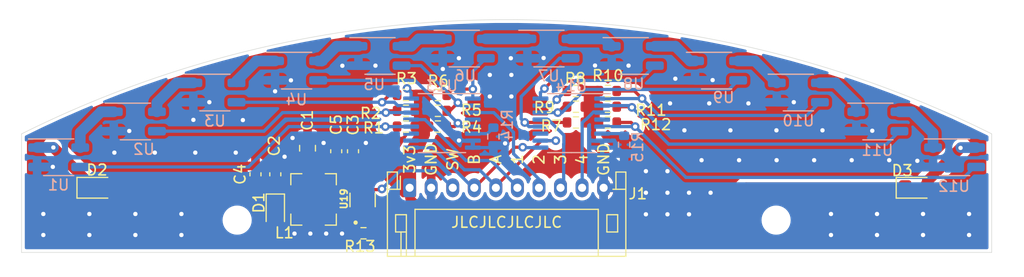
<source format=kicad_pcb>
(kicad_pcb (version 20211014) (generator pcbnew)
  (layers (0 "F.Cu" jumper) (31 "B.Cu" mixed) (34 "B.Paste" user) (35 "F.Paste" user) (36 "B.SilkS" user "B.Silkscreen") (37 "F.SilkS" user "F.Silkscreen") (38 "B.Mask" user) (39 "F.Mask" user) (44 "Edge.Cuts" user))
  (net 0 "")
  (net 1 "+3V3")
  (net 2 "GND")
  (net 3 "+VSW")
  (net 4 "S11")
  (net 5 "S10")
  (net 6 "S9")
  (net 7 "S8")
  (net 8 "S7")
  (net 9 "S6")
  (net 10 "S5")
  (net 11 "S4")
  (net 12 "S3")
  (net 13 "S2")
  (net 14 "S1")
  (net 15 "S0")
  (net 16 "CTRL")
  (net 17 "-VSW")
  (net 18 "Net-(U1-Pad2)")
  (net 19 "Net-(U2-Pad2)")
  (net 20 "Net-(U3-Pad2)")
  (net 21 "Net-(U5-Pad2)")
  (net 22 "Net-(U6-Pad2)")
  (net 23 "Net-(U7-Pad2)")
  (net 24 "Net-(D2-Pad1)")
  (net 25 "Net-(U10-Pad1)")
  (net 26 "Net-(U10-Pad2)")
  (net 27 "Net-(D3-Pad2)")
  (net 28 "A")
  (net 29 "OUT1")
  (net 30 "OUT2")
  (net 31 "OUT3")
  (net 32 "OUT4")
  (net 33 "B")
  (net 34 "Net-(R14-Pad2)")
  (net 35 "Net-(R15-Pad2)")
  (net 40 "Net-(U8-Pad2)")
  (net 41 "Net-(U4-Pad2)")
  (net 42 "Net-(U11-Pad2)")
  (net 43 "Net-(D1-Pad2)")
  (footprint "Capacitor_SMD:C_0805_2012Metric" (layer "F.Cu") (at 151.53 109.33 -90)
    (fp_text reference "C1")
    (fp_text value "4.7uF")
  )
  (footprint "Capacitor_SMD:C_0603_1608Metric" (layer "F.Cu") (at 148.54 111.75 90)
    (fp_text reference "C2")
    (fp_text value "1uF")
  )
  (footprint "Diode_SMD:D_SOD-323" (layer "F.Cu") (at 148.54 115.08 -90)
    (fp_text reference "D1")
    (fp_text value "CUS10S30,H3F")
  )
  (footprint "Inductor_SMD:L_Bourns-SRN4018" (layer "F.Cu") (at 152.09 114.08 -90)
    (fp_text reference "L1")
    (fp_text value "10uH")
  )
  (footprint "Resistor_SMD:R_0603_1608Metric" (layer "F.Cu") (at 156.72 117.22 180)
    (fp_text reference "R13")
    (fp_text value "10.2R")
  )
  (footprint "TPS61169DCKR:SOT65P210X110-5N" (layer "F.Cu") (at 156.64 114.13 90)
    (fp_text reference "U19")
    (fp_text value "TPS61169DCKR")
  )
  (footprint "MountingHole:MountingHole_2.1mm" (layer "F.Cu") (at 145 116)
    (fp_text reference "REF**" hide)
    (fp_text value "MountingHole_2.1mm")
  )
  (footprint "MountingHole:MountingHole_2.1mm" (layer "F.Cu") (at 195 116)
    (fp_text reference "REF**" hide)
    (fp_text value "MountingHole_2.1mm")
  )
  (footprint "Capacitor_SMD:C_0603_1608Metric" (layer "F.Cu") (at 155.75 109.61 90)
    (fp_text reference "C3")
    (fp_text value "1uF")
  )
  (footprint "Resistor_SMD:R_0603_1608Metric" (layer "F.Cu") (at 176.42 104.02 180)
    (fp_text reference "R8")
    (fp_text value "47k")
  )
  (footprint "LED_SMD:LED_0805_2012Metric_Pad1.15x1.40mm_HandSolder" (layer "F.Cu") (at 132 113)
    (fp_text reference "D2")
    (fp_text value "LED")
  )
  (footprint "Resistor_SMD:R_0603_1608Metric" (layer "F.Cu") (at 176.43 106.94 180)
    (fp_text reference "R7")
    (fp_text value "47k")
  )
  (footprint "Resistor_SMD:R_0603_1608Metric" (layer "F.Cu") (at 163.62 104.39)
    (fp_text reference "R6")
    (fp_text value "47k")
  )
  (footprint "Capacitor_SMD:C_0603_1608Metric" (layer "F.Cu") (at 146.7 111.75 90)
    (fp_text reference "C4")
    (fp_text value "100nF")
  )
  (footprint "Connector_JST:JST_PH_S10B-PH-K_1x10_P2.00mm_Horizontal" (layer "F.Cu") (at 161 113)
    (fp_text reference "J1")
    (fp_text value "Conn_01x09")
  )
  (footprint "Resistor_SMD:R_0603_1608Metric" (layer "F.Cu") (at 160.66 104.39 180)
    (fp_text reference "R3")
    (fp_text value "47k")
  )
  (footprint "Resistor_SMD:R_0603_1608Metric" (layer "F.Cu") (at 176.43 105.48 180)
    (fp_text reference "R9")
    (fp_text value "47k")
  )
  (footprint "Resistor_SMD:R_0603_1608Metric" (layer "F.Cu") (at 179.39 105.48)
    (fp_text reference "R11")
    (fp_text value "47k")
  )
  (footprint "Resistor_SMD:R_0603_1608Metric" (layer "F.Cu") (at 179.39 104.02)
    (fp_text reference "R10")
    (fp_text value "47k")
  )
  (footprint "Resistor_SMD:R_0603_1608Metric" (layer "F.Cu") (at 163.62 105.86)
    (fp_text reference "R5")
    (fp_text value "47k")
  )
  (footprint "Resistor_SMD:R_0603_1608Metric" (layer "F.Cu") (at 163.62 107.32)
    (fp_text reference "R4")
    (fp_text value "47k")
  )
  (footprint "Resistor_SMD:R_0603_1608Metric" (layer "F.Cu") (at 160.66 107.32 180)
    (fp_text reference "R1")
    (fp_text value "47k")
  )
  (footprint "LED_SMD:LED_0805_2012Metric_Pad1.15x1.40mm_HandSolder" (layer "F.Cu") (at 208 113)
    (fp_text reference "D3")
    (fp_text value "LED")
  )
  (footprint "Resistor_SMD:R_0603_1608Metric" (layer "F.Cu") (at 160.66 105.86 180)
    (fp_text reference "R2")
    (fp_text value "47k")
  )
  (footprint "Resistor_SMD:R_0603_1608Metric" (layer "F.Cu") (at 179.39 106.94)
    (fp_text reference "R12")
    (fp_text value "47k")
  )
  (footprint "Capacitor_SMD:C_0603_1608Metric" (layer "F.Cu") (at 154.19 109.61 90)
    (fp_text reference "C5")
    (fp_text value "100nF")
  )
  (footprint "OptoDevice:OnSemi_CASE100CY" (layer "B.Cu") (at 128.442625 110.169025 -90)
    (fp_text reference "U1")
    (fp_text value "QRE1113GR")
  )
  (footprint "OptoDevice:OnSemi_CASE100CY" (layer "B.Cu") (at 135.558491 106.850842 -90)
    (fp_text reference "U2")
    (fp_text value "QRE1113GR")
  )
  (footprint "OptoDevice:OnSemi_CASE100CY" (layer "B.Cu") (at 142.936478 104.165474 -90)
    (fp_text reference "U3")
    (fp_text value "QRE1113GR")
  )
  (footprint "OptoDevice:OnSemi_CASE100CY" (layer "B.Cu") (at 150.520435 102.133359 -90)
    (fp_text reference "U4")
    (fp_text value "QRE1113GR")
  )
  (footprint "OptoDevice:OnSemi_CASE100CY" (layer "B.Cu") (at 158.252643 100.769962 -90)
    (fp_text reference "U5")
    (fp_text value "QRE1113GR")
  )
  (footprint "OptoDevice:OnSemi_CASE100CY" (layer "B.Cu") (at 166.074255 100.08566 -90)
    (fp_text reference "U6")
    (fp_text value "QRE1113GR")
  )
  (footprint "OptoDevice:OnSemi_CASE100CY" (layer "B.Cu") (at 189.479565 102.133359 -90)
    (fp_text reference "U9")
    (fp_text value "QRE1113GR")
  )
  (footprint "OptoDevice:OnSemi_CASE100CY" (layer "B.Cu") (at 197.063522 104.165474 -90)
    (fp_text reference "U10")
    (fp_text value "QRE1113GR")
  )
  (footprint "OptoDevice:OnSemi_CASE100CY" (layer "B.Cu") (at 204.441509 106.850842 -90)
    (fp_text reference "U11")
    (fp_text value "QRE1113GR")
  )
  (footprint "OptoDevice:OnSemi_CASE100CY" (layer "B.Cu") (at 211.557375 110.169025 -90)
    (fp_text reference "U12")
    (fp_text value "QRE1113GR")
  )
  (footprint "OptoDevice:OnSemi_CASE100CY" (layer "B.Cu") (at 173.925745 100.08566 -90)
    (fp_text reference "U7")
    (fp_text value "QRE1113GR")
  )
  (footprint "OptoDevice:OnSemi_CASE100CY" (layer "B.Cu") (at 181.747357 100.769962 -90)
    (fp_text reference "U8")
    (fp_text value "QRE1113GR")
  )
  (footprint "Resistor_SMD:R_0603_1608Metric" (layer "B.Cu") (at 180.9 109 90)
    (fp_text reference "R15")
    (fp_text value "10k")
  )
  (footprint "Package_SO:TSSOP-16_4.4x5mm_P0.65mm" (layer "B.Cu") (at 164 107 180)
    (fp_text reference "U13")
    (fp_text value "CD4052B")
  )
  (footprint "Package_SO:TSSOP-16_4.4x5mm_P0.65mm" (layer "B.Cu") (at 176 107 180)
    (fp_text reference "U14")
    (fp_text value "CD4052B")
  )
  (footprint "Resistor_SMD:R_0603_1608Metric" (layer "B.Cu") (at 168.77 108.25 90)
    (fp_text reference "R14")
    (fp_text value "10k")
  )
  (gr_line (start 125 108) (end 125 119) (layer "Edge.Cuts") (width 0.05))
  (gr_arc (start 125 108) (mid 170 97.403907) (end 215 108) (layer "Edge.Cuts") (width 0.05))
  (gr_line (start 125 119) (end 215 119) (layer "Edge.Cuts") (width 0.05))
  (gr_line (start 215 119) (end 215 108) (layer "Edge.Cuts") (width 0.05))
  (gr_text "SW" (at 165 110.37 90) (layer "F.SilkS") (effects (font (size 1 1))))
  (gr_text "3v3" (at 161 110.37 90) (layer "F.SilkS") (effects (font (size 1 1))))
  (gr_text "1" (at 171 110.37 90) (layer "F.SilkS") (effects (font (size 1 1))))
  (gr_text "4" (at 177 110.37 90) (layer "F.SilkS") (effects (font (size 1 1))))
  (gr_text "2" (at 173 110.37 90) (layer "F.SilkS") (effects (font (size 1 1))))
  (gr_text "GND" (at 179 110.37 90) (layer "F.SilkS") (effects (font (size 1 1))))
  (gr_text "GND" (at 163 110.37 90) (layer "F.SilkS") (effects (font (size 1 1))))
  (gr_text "B" (at 167 110.37 90) (layer "F.SilkS") (effects (font (size 1 1))))
  (gr_text "A" (at 169 110.37 90) (layer "F.SilkS") (effects (font (size 1 1))))
  (gr_text "JLCJLCJLCJLC" (at 170 116.2) (layer "F.SilkS") (effects (font (size 1 1))))
  (gr_text "3" (at 175 110.37 90) (layer "F.SilkS") (effects (font (size 1 1))))
  (segment (start 176.5 103.09) (end 177.245 103.835) (width 0.3) (layer "F.Cu") (net 1))
  (segment (start 162.66 115.62) (end 179.88 115.62) (width 0.8) (layer "F.Cu") (net 1))
  (segment (start 160.877859 103.782859) (end 161.485 104.39) (width 0.3) (layer "F.Cu") (net 1))
  (segment (start 179.88 115.62) (end 181.44 114.06) (width 0.8) (layer "F.Cu") (net 1))
  (segment (start 174.22 103.09) (end 176.5 103.09) (width 0.3) (layer "F.Cu") (net 1))
  (segment (start 181.44 114.06) (end 181.44 112.2) (width 0.8) (layer "F.Cu") (net 1))
  (segment (start 173.51 103.8) (end 174.22 103.09) (width 0.3) (layer "F.Cu") (net 1))
  (segment (start 160.762244 103.782859) (end 160.877859 103.782859) (width 0.3) (layer "F.Cu") (net 1))
  (segment (start 177.245 103.835) (end 177.245 104.02) (width 0.3) (layer "F.Cu") (net 1))
  (segment (start 177.89 108.65) (end 177.89 104.13) (width 0.8) (layer "F.Cu") (net 1))
  (segment (start 161 113.96) (end 162.66 115.62) (width 0.8) (layer "F.Cu") (net 1))
  (segment (start 161 113) (end 161 113.96) (width 0.8) (layer "F.Cu") (net 1))
  (segment (start 181.44 112.2) (end 177.89 108.65) (width 0.8) (layer "F.Cu") (net 1))
  (via (at 173.51 103.8) (size 0.8) (drill 0.4) (layers "F.Cu" "B.Cu") (net 1))
  (via (at 160.762244 103.782859) (size 0.8) (drill 0.4) (layers "F.Cu" "B.Cu") (net 1))
  (segment (start 161.1375 104.725) (end 161.1375 104.158115) (width 0.3) (layer "B.Cu") (net 1))
  (segment (start 173.1375 104.725) (end 173.1375 104.1725) (width 0.3) (layer "B.Cu") (net 1))
  (segment (start 173.1375 104.1725) (end 173.51 103.8) (width 0.3) (layer "B.Cu") (net 1))
  (segment (start 161.1375 104.158115) (end 160.762244 103.782859) (width 0.3) (layer "B.Cu") (net 1))
  (via (at 168.44 102.53) (size 0.8) (drill 0.4) (layers "F.Cu" "B.Cu") (net 2))
  (via (at 181.31 101.67) (size 0.8) (drill 0.4) (layers "F.Cu" "B.Cu") (net 2))
  (via (at 188.082 110.44) (size 0.8) (drill 0.4) (layers "F.Cu" "B.Cu") (net 2))
  (via (at 144.87 109.74) (size 0.8) (drill 0.4) (layers "F.Cu" "B.Cu") (net 2))
  (via (at 141.116666 109.74) (size 0.8) (drill 0.4) (layers "F.Cu" "B.Cu") (net 2))
  (via (at 184.92 113.46) (size 0.8) (drill 0.4) (layers "F.Cu" "B.Cu") (net 2))
  (via (at 185.65 102.88) (size 0.8) (drill 0.4) (layers "F.Cu" "B.Cu") (net 2))
  (via (at 142.42 105.06) (size 0.8) (drill 0.4) (layers "F.Cu" "B.Cu") (net 2))
  (via (at 208.63 117.38) (size 0.8) (drill 0.4) (layers "F.Cu" "B.Cu") (net 2))
  (via (at 157.83 101.67) (size 0.8) (drill 0.4) (layers "F.Cu" "B.Cu") (net 2))
  (via (at 131.29 115.43) (size 0.8) (drill 0.4) (layers "F.Cu" "B.Cu") (net 2))
  (via (at 135.56 117.38) (size 0.8) (drill 0.4) (layers "F.Cu" "B.Cu") (net 2))
  (via (at 199.3 107.67) (size 0.8) (drill 0.4) (layers "F.Cu" "B.Cu") (net 2))
  (via (at 198.528 110.44) (size 0.8) (drill 0.4) (layers "F.Cu" "B.Cu") (net 2))
  (via (at 154.76 101.68) (size 0.8) (drill 0.4) (layers "F.Cu" "B.Cu") (net 2))
  (via (at 182.92 113.46) (size 0.8) (drill 0.4) (layers "F.Cu" "B.Cu") (net 2))
  (via (at 149.99 103.03) (size 0.8) (drill 0.4) (layers "F.Cu" "B.Cu") (net 2))
  (via (at 127.02 115.43) (size 0.8) (drill 0.4) (layers "F.Cu" "B.Cu") (net 2))
  (via (at 127.02 117.38) (size 0.8) (drill 0.4) (layers "F.Cu" "B.Cu") (net 2))
  (via (at 203.92 107.71) (size 0.8) (drill 0.4) (layers "F.Cu" "B.Cu") (net 2))
  (via (at 212.9 115.43) (size 0.8) (drill 0.4) (layers "F.Cu" "B.Cu") (net 2))
  (via (at 153.02 108.84) (size 0.8) (drill 0.4) (layers "F.Cu" "B.Cu") (net 2))
  (via (at 135.56 115.43) (size 0.8) (drill 0.4) (layers "F.Cu" "B.Cu") (net 2))
  (via (at 178.2 101.66) (size 0.8) (drill 0.4) (layers "F.Cu" "B.Cu") (net 2))
  (via (at 200.09 115.43) (size 0.8) (drill 0.4) (layers "F.Cu" "B.Cu") (net 2))
  (via (at 182.92 111.46) (size 0.8) (drill 0.4) (layers "F.Cu" "B.Cu") (net 2))
  (via (at 195.046 110.44) (size 0.8) (drill 0.4) (layers "F.Cu" "B.Cu") (net 2))
  (via (at 190.76 107.67) (size 0.8) (drill 0.4) (layers "F.Cu" "B.Cu") (net 2))
  (via (at 184.92 111.46) (size 0.8) (drill 0.4) (layers "F.Cu" "B.Cu") (net 2))
  (via (at 145.53 106.72) (size 0.8) (drill 0.4) (layers "F.Cu" "B.Cu") (net 2))
  (via (at 170.44 102.53) (size 0.8) (drill 0.4) (layers "F.Cu" "B.Cu") (net 2))
  (via (at 150.32 117.25) (size 0.8) (drill 0.4) (layers "F.Cu" "B.Cu") (net 2))
  (via (at 202.01 110.44) (size 0.8) (drill 0.4) (layers "F.Cu" "B.Cu") (net 2))
  (via (at 184.92 115.46) (size 0.8) (drill 0.4) (layers "F.Cu" "B.Cu") (net 2))
  (via (at 164.08 101.98) (size 0.8) (drill 0.4) (layers "F.Cu" "B.Cu") (net 2))
  (via (at 154.73 117.25) (size 0.8) (drill 0.4) (layers "F.Cu" "B.Cu") (net 2))
  (via (at 133.61 109.74) (size 0.8) (drill 0.4) (layers "F.Cu" "B.Cu") (net 2))
  (via (at 186.92 115.46) (size 0.8) (drill 0.4) (layers "F.Cu" "B.Cu") (net 2))
  (via (at 156.94 108.84) (size 0.8) (drill 0.4) (layers "F.Cu" "B.Cu") (net 2))
  (via (at 182.92 115.46) (size 0.8) (drill 0.4) (layers "F.Cu" "B.Cu") (net 2))
  (via (at 208.63 115.43) (size 0.8) (drill 0.4) (layers "F.Cu" "B.Cu") (net 2))
  (via (at 134.99 107.73) (size 0.8) (drill 0.4) (layers "F.Cu" "B.Cu") (net 2))
  (via (at 188.92 113.46) (size 0.8) (drill 0.4) (layers "F.Cu" "B.Cu") (net 2))
  (via (at 169.86 108.88) (size 0.8) (drill 0.4) (layers "F.Cu" "B.Cu") (net 2))
  (via (at 173.43 100.96) (size 0.8) (drill 0.4) (layers "F.Cu" "B.Cu") (net 2))
  (via (at 195.03 107.67) (size 0.8) (drill 0.4) (layers "F.Cu" "B.Cu") (net 2))
  (via (at 137.363333 109.74) (size 0.8) (drill 0.4) (layers "F.Cu" "B.Cu") (net 2))
  (via (at 170.39 100.98) (size 0.8) (drill 0.4) (layers "F.Cu" "B.Cu") (net 2))
  (via (at 185.16 105.17) (size 0.8) (drill 0.4) (layers "F.Cu" "B.Cu") (net 2))
  (via (at 204.36 115.43) (size 0.8) (drill 0.4) (layers "F.Cu" "B.Cu") (net 2))
  (via (at 140.94 106.7) (size 0.8) (drill 0.4) (layers "F.Cu" "B.Cu") (net 2))
  (via (at 200.09 117.38) (size 0.8) (drill 0.4) (layers "F.Cu" "B.Cu") (net 2))
  (via (at 139.83 117.38) (size 0.8) (drill 0.4) (layers "F.Cu" "B.Cu") (net 2))
  (via (at 204.36 117.38) (size 0.8) (drill 0.4) (layers "F.Cu" "B.Cu") (net 2))
  (via (at 168.44 104.53) (size 0.8) (drill 0.4) (layers "F.Cu" "B.Cu") (net 2))
  (via (at 165.57 100.98) (size 0.8) (drill 0.4) (layers "F.Cu" "B.Cu") (net 2))
  (via (at 186.92 113.46) (size 0.8) (drill 0.4) (layers "F.Cu" "B.Cu") (net 2))
  (via (at 139.83 115.43) (size 0.8) (drill 0.4) (layers "F.Cu" "B.Cu") (net 2))
  (via (at 208.1 110.5) (size 0.8) (drill 0.4) (layers "F.Cu" "B.Cu") (net 2))
  (via (at 196.64 105.06) (size 0.8) (drill 0.4) (layers "F.Cu" "B.Cu") (net 2))
  (via (at 170.44 104.53) (size 0.8) (drill 0.4) (layers "F.Cu" "B.Cu") (net 2))
  (via (at 192.43 105.17) (size 0.8) (drill 0.4) (layers "F.Cu" "B.Cu") (net 2))
  (via (at 188.795 105.17) (size 0.8) (drill 0.4) (layers "F.Cu" "B.Cu") (net 2))
  (via (at 212.9 117.38) (size 0.8) (drill 0.4) (layers "F.Cu" "B.Cu") (net 2))
  (via (at 205.492 110.44) (size 0.8) (drill 0.4) (layers "F.Cu" "B.Cu") (net 2))
  (via (at 165.58 108.61) (size 0.8) (drill 0.4) (layers "F.Cu" "B.Cu") (net 2))
  (via (at 148.52 104.05) (size 0.8) (drill 0.4) (layers "F.Cu" "B.Cu") (net 2))
  (via (at 151.79 117.25) (size 0.8) (drill 0.4) (layers "F.Cu" "B.Cu") (net 2))
  (via (at 131.29 117.38) (size 0.8) (drill 0.4) (layers "F.Cu" "B.Cu") (net 2))
  (via (at 149.4 110.12) (size 0.8) (drill 0.4) (layers "F.Cu" "B.Cu") (net 2))
  (via (at 153.26 117.25) (size 0.8) (drill 0.4) (layers "F.Cu" "B.Cu") (net 2))
  (via (at 186.49 107.67) (size 0.8) (drill 0.4) (layers "F.Cu" "B.Cu") (net 2))
  (via (at 150.14 108.38) (size 0.8) (drill 0.4) (layers "F.Cu" "B.Cu") (net 2))
  (via (at 189.11 103.01) (size 0.8) (drill 0.4) (layers "F.Cu" "B.Cu") (net 2))
  (via (at 191.564 110.44) (size 0.8) (drill 0.4) (layers "F.Cu" "B.Cu") (net 2))
  (via (at 127.9 111.06) (size 0.8) (drill 0.4) (layers "F.Cu" "B.Cu") (net 2))
  (segment (start 168.57 109.275) (end 168.77 109.075) (width 0.3) (layer "B.Cu") (net 2))
  (segment (start 179.747357 101.669962) (end 181.309962 101.669962) (width 0.8) (layer "B.Cu") (net 2))
  (segment (start 149.986641 103.033359) (end 149.99 103.03) (width 0.8) (layer "B.Cu") (net 2))
  (segment (start 126.442625 111.069025) (end 127.890975 111.069025) (width 0.8) (layer "B.Cu") (net 2))
  (segment (start 202.441509 107.750842) (end 203.879158 107.750842) (width 0.8) (layer "B.Cu") (net 2))
  (segment (start 208.1 110.5) (end 208.669025 111.069025) (width 0.8) (layer "B.Cu") (net 2))
  (segment (start 157.829962 101.669962) (end 157.83 101.67) (width 0.8) (layer "B.Cu") (net 2))
  (segment (start 171.925745 100.98566) (end 173.40434 100.98566) (width 0.8) (layer "B.Cu") (net 2))
  (segment (start 127.890975 111.069025) (end 127.9 111.06) (width 0.8) (layer "B.Cu") (net 2))
  (segment (start 164.074255 100.98566) (end 165.56434 100.98566) (width 0.8) (layer "B.Cu") (net 2))
  (segment (start 134.969158 107.750842) (end 134.99 107.73) (width 0.8) (layer "B.Cu") (net 2))
  (segment (start 178.8625 109.275) (end 180.35 109.275) (width 0.3) (layer "B.Cu") (net 2))
  (segment (start 173.40434 100.98566) (end 173.43 100.96) (width 0.8) (layer "B.Cu") (net 2))
  (segment (start 181.309962 101.669962) (end 181.31 101.67) (width 0.8) (layer "B.Cu") (net 2))
  (segment (start 140.936478 105.065474) (end 142.414526 105.065474) (width 0.8) (layer "B.Cu") (net 2))
  (segment (start 196.634526 105.065474) (end 196.64 105.06) (width 0.8) (layer "B.Cu") (net 2))
  (segment (start 189.086641 103.033359) (end 189.11 103.01) (width 0.8) (layer "B.Cu") (net 2))
  (segment (start 156.252643 101.669962) (end 157.829962 101.669962) (width 0.8) (layer "B.Cu") (net 2))
  (segment (start 195.063522 105.065474) (end 196.634526 105.065474) (width 0.8) (layer "B.Cu") (net 2))
  (segment (start 133.558491 107.750842) (end 134.969158 107.750842) (width 0.8) (layer "B.Cu") (net 2))
  (segment (start 165.56434 100.98566) (end 165.57 100.98) (width 0.8) (layer "B.Cu") (net 2))
  (segment (start 203.879158 107.750842) (end 203.92 107.71) (width 0.8) (layer "B.Cu") (net 2))
  (segment (start 142.414526 105.065474) (end 142.42 105.06) (width 0.8) (layer "B.Cu") (net 2))
  (segment (start 180.35 109.275) (end 180.9 109.825) (width 0.3) (layer "B.Cu") (net 2))
  (segment (start 187.479565 103.033359) (end 189.086641 103.033359) (width 0.8) (layer "B.Cu") (net 2))
  (segment (start 208.669025 111.069025) (end 209.557375 111.069025) (width 0.8) (layer "B.Cu") (net 2))
  (segment (start 148.520435 103.033359) (end 149.986641 103.033359) (width 0.8) (layer "B.Cu") (net 2))
  (segment (start 166.8625 109.275) (end 168.57 109.275) (width 0.3) (layer "B.Cu") (net 2))
  (segment (start 148.54 112.525) (end 146.7 112.525) (width 0.8) (layer "F.Cu") (net 3))
  (segment (start 146.7 112.525) (end 133.5 112.525) (width 0.8) (layer "F.Cu") (net 3))
  (segment (start 133.5 112.525) (end 133.025 113) (width 0.8) (layer "F.Cu") (net 3))
  (segment (start 148.54 114.03) (end 148.54 112.525) (width 0.8) (layer "F.Cu") (net 3))
  (segment (start 180.215 106.94) (end 181.54 106.94) (width 0.3) (layer "F.Cu") (net 4))
  (segment (start 181.54 106.94) (end 181.925 107.325) (width 0.3) (layer "F.Cu") (net 4))
  (via (at 181.925 107.325) (size 0.8) (drill 0.4) (layers "F.Cu" "B.Cu") (net 4))
  (segment (start 186.64 112.04) (end 212.42 112.04) (width 0.3) (layer "B.Cu") (net 4))
  (segment (start 181.925 107.325) (end 186.64 112.04) (width 0.3) (layer "B.Cu") (net 4))
  (segment (start 178.8625 107.325) (end 181.925 107.325) (width 0.3) (layer "B.Cu") (net 4))
  (segment (start 213.390975 111.069025) (end 213.557375 111.069025) (width 0.3) (layer "B.Cu") (net 4))
  (segment (start 212.42 112.04) (end 213.390975 111.069025) (width 0.3) (layer "B.Cu") (net 4))
  (segment (start 180.215 105.48) (end 181.56 105.48) (width 0.3) (layer "F.Cu") (net 5))
  (segment (start 181.56 105.48) (end 181.62 105.54) (width 0.3) (layer "F.Cu") (net 5))
  (via (at 181.62 105.54) (size 0.8) (drill 0.4) (layers "F.Cu" "B.Cu") (net 5))
  (segment (start 181.62 105.54) (end 185.03 108.95) (width 0.3) (layer "B.Cu") (net 5))
  (segment (start 185.03 108.95) (end 205.242351 108.95) (width 0.3) (layer "B.Cu") (net 5))
  (segment (start 181.455 105.375) (end 181.62 105.54) (width 0.3) (layer "B.Cu") (net 5))
  (segment (start 178.8625 105.375) (end 181.455 105.375) (width 0.3) (layer "B.Cu") (net 5))
  (segment (start 205.242351 108.95) (end 206.441509 107.750842) (width 0.3) (layer "B.Cu") (net 5))
  (segment (start 181.86 104.02) (end 182.565 104.725) (width 0.3) (layer "F.Cu") (net 6))
  (segment (start 180.215 104.02) (end 181.86 104.02) (width 0.3) (layer "F.Cu") (net 6))
  (via (at 182.565 104.725) (size 0.8) (drill 0.4) (layers "F.Cu" "B.Cu") (net 6))
  (segment (start 178.8625 104.725) (end 182.565 104.725) (width 0.3) (layer "B.Cu") (net 6))
  (segment (start 197.838996 106.29) (end 199.063522 105.065474) (width 0.3) (layer "B.Cu") (net 6))
  (segment (start 182.565 104.725) (end 184.13 106.29) (width 0.3) (layer "B.Cu") (net 6))
  (segment (start 184.13 106.29) (end 197.838996 106.29) (width 0.3) (layer "B.Cu") (net 6))
  (segment (start 175.605 105.48) (end 175.29 105.48) (width 0.3) (layer "F.Cu") (net 7))
  (segment (start 175.29 105.48) (end 174.745 106.025) (width 0.3) (layer "F.Cu") (net 7))
  (via (at 174.745 106.025) (size 0.8) (drill 0.4) (layers "F.Cu" "B.Cu") (net 7))
  (segment (start 175.125 106.025) (end 174.745 106.025) (width 0.3) (layer "B.Cu") (net 7))
  (segment (start 177.27 103.88) (end 175.125 106.025) (width 0.3) (layer "B.Cu") (net 7))
  (segment (start 191.479565 103.033359) (end 190.632924 103.88) (width 0.3) (layer "B.Cu") (net 7))
  (segment (start 174.745 106.025) (end 173.1375 106.025) (width 0.3) (layer "B.Cu") (net 7))
  (segment (start 190.632924 103.88) (end 177.27 103.88) (width 0.3) (layer "B.Cu") (net 7))
  (segment (start 175.595 104.02) (end 175.45 104.02) (width 0.3) (layer "F.Cu") (net 8))
  (segment (start 175.45 104.02) (end 174.65 104.82) (width 0.3) (layer "F.Cu") (net 8))
  (via (at 174.65 104.82) (size 0.8) (drill 0.4) (layers "F.Cu" "B.Cu") (net 8))
  (segment (start 183.747357 101.669962) (end 182.377319 103.04) (width 0.3) (layer "B.Cu") (net 8))
  (segment (start 176.43 103.04) (end 174.65 104.82) (width 0.3) (layer "B.Cu") (net 8))
  (segment (start 182.377319 103.04) (end 176.43 103.04) (width 0.3) (layer "B.Cu") (net 8))
  (segment (start 174.095 105.375) (end 173.1375 105.375) (width 0.3) (layer "B.Cu") (net 8))
  (segment (start 174.65 104.82) (end 174.095 105.375) (width 0.3) (layer "B.Cu") (net 8))
  (segment (start 175.605 106.94) (end 171.68 106.94) (width 0.3) (layer "F.Cu") (net 9))
  (via (at 171.68 106.94) (size 0.8) (drill 0.4) (layers "F.Cu" "B.Cu") (net 9))
  (segment (start 171.68 106.94) (end 171.35 106.61) (width 0.3) (layer "B.Cu") (net 9))
  (segment (start 174.90434 100.98566) (end 175.925745 100.98566) (width 0.3) (layer "B.Cu") (net 9))
  (segment (start 173.1375 107.325) (end 172.065 107.325) (width 0.3) (layer "B.Cu") (net 9))
  (segment (start 171.35 106.61) (end 171.35 104.54) (width 0.3) (layer "B.Cu") (net 9))
  (segment (start 171.35 104.54) (end 174.90434 100.98566) (width 0.3) (layer "B.Cu") (net 9))
  (segment (start 172.065 107.325) (end 171.68 106.94) (width 0.3) (layer "B.Cu") (net 9))
  (segment (start 164.445 104.39) (end 164.9875 103.8475) (width 0.3) (layer "F.Cu") (net 10))
  (segment (start 164.9875 103.8475) (end 166.8625 103.8475) (width 0.3) (layer "F.Cu") (net 10))
  (via (at 166.8625 103.8475) (size 0.8) (drill 0.4) (layers "F.Cu" "B.Cu") (net 10))
  (segment (start 166.8625 103.8475) (end 166.8625 102.197415) (width 0.3) (layer "B.Cu") (net 10))
  (segment (start 166.8625 104.725) (end 166.8625 103.8475) (width 0.3) (layer "B.Cu") (net 10))
  (segment (start 166.8625 102.197415) (end 168.074255 100.98566) (width 0.3) (layer "B.Cu") (net 10))
  (segment (start 164.73 105.86) (end 165.48 105.11) (width 0.3) (layer "F.Cu") (net 11))
  (segment (start 164.445 105.86) (end 164.73 105.86) (width 0.3) (layer "F.Cu") (net 11))
  (via (at 165.48 105.11) (size 0.8) (drill 0.4) (layers "F.Cu" "B.Cu") (net 11))
  (segment (start 165.48 105.11) (end 162.039962 101.669962) (width 0.3) (layer "B.Cu") (net 11))
  (segment (start 166.8625 105.375) (end 165.745 105.375) (width 0.3) (layer "B.Cu") (net 11))
  (segment (start 162.039962 101.669962) (end 160.252643 101.669962) (width 0.3) (layer "B.Cu") (net 11))
  (segment (start 165.745 105.375) (end 165.48 105.11) (width 0.3) (layer "B.Cu") (net 11))
  (segment (start 164.445 107.32) (end 165.17 107.32) (width 0.3) (layer "F.Cu") (net 12))
  (segment (start 165.17 107.32) (end 165.48 107.01) (width 0.3) (layer "F.Cu") (net 12))
  (via (at 165.48 107.01) (size 0.8) (drill 0.4) (layers "F.Cu" "B.Cu") (net 12))
  (segment (start 166.8625 107.325) (end 165.795 107.325) (width 0.3) (layer "B.Cu") (net 12))
  (segment (start 161.503359 103.033359) (end 152.520435 103.033359) (width 0.3) (layer "B.Cu") (net 12))
  (segment (start 165.48 107.01) (end 161.503359 103.033359) (width 0.3) (layer "B.Cu") (net 12))
  (segment (start 165.795 107.325) (end 165.48 107.01) (width 0.3) (layer "B.Cu") (net 12))
  (segment (start 159.835 104.39) (end 159.12 104.39) (width 0.3) (layer "F.Cu") (net 13))
  (segment (start 159.12 104.39) (end 158.444526 105.065474) (width 0.3) (layer "F.Cu") (net 13))
  (via (at 158.444526 105.065474) (size 0.8) (drill 0.4) (layers "F.Cu" "B.Cu") (net 13))
  (segment (start 158.444526 105.065474) (end 144.936478 105.065474) (width 0.3) (layer "B.Cu") (net 13))
  (segment (start 159.585474 105.065474) (end 158.444526 105.065474) (width 0.3) (layer "B.Cu") (net 13))
  (segment (start 161.1375 105.375) (end 159.895 105.375) (width 0.3) (layer "B.Cu") (net 13))
  (segment (start 159.585474 105.065474) (end 159.895 105.375) (width 0.3) (layer "B.Cu") (net 13))
  (segment (start 159.835 105.86) (end 158.96 105.86) (width 0.3) (layer "F.Cu") (net 14))
  (segment (start 158.96 105.86) (end 158.795 106.025) (width 0.3) (layer "F.Cu") (net 14))
  (via (at 158.795 106.025) (size 0.8) (drill 0.4) (layers "F.Cu" "B.Cu") (net 14))
  (segment (start 137.558491 107.750842) (end 147.489158 107.750842) (width 0.3) (layer "B.Cu") (net 14))
  (segment (start 147.489158 107.750842) (end 149.215 106.025) (width 0.3) (layer "B.Cu") (net 14))
  (segment (start 158.795 106.025) (end 161.1375 106.025) (width 0.3) (layer "B.Cu") (net 14))
  (segment (start 149.215 106.025) (end 158.795 106.025) (width 0.3) (layer "B.Cu") (net 14))
  (segment (start 159.835 107.32) (end 158.75 107.32) (width 0.3) (layer "F.Cu") (net 15))
  (segment (start 158.75 107.32) (end 158.745 107.325) (width 0.3) (layer "F.Cu") (net 15))
  (via (at 158.745 107.325) (size 0.8) (drill 0.4) (layers "F.Cu" "B.Cu") (net 15))
  (segment (start 158.745 107.325) (end 149.795 107.325) (width 0.3) (layer "B.Cu") (net 15))
  (segment (start 149.795 107.325) (end 146.050975 111.069025) (width 0.3) (layer "B.Cu") (net 15))
  (segment (start 161.1375 107.325) (end 158.745 107.325) (width 0.3) (layer "B.Cu") (net 15))
  (segment (start 146.050975 111.069025) (end 130.442625 111.069025) (width 0.3) (layer "B.Cu") (net 15))
  (segment (start 157.29 113.17) (end 158.37 113.17) (width 0.3) (layer "F.Cu") (net 16))
  (segment (start 158.37 113.17) (end 158.43 113.11) (width 0.3) (layer "F.Cu") (net 16))
  (via (at 158.43 113.11) (size 0.8) (drill 0.4) (layers "F.Cu" "B.Cu") (net 16))
  (segment (start 163.42 111.42) (end 165 113) (width 0.3) (layer "B.Cu") (net 16))
  (segment (start 160.12 111.42) (end 163.42 111.42) (width 0.3) (layer "B.Cu") (net 16))
  (segment (start 158.43 113.11) (end 160.12 111.42) (width 0.3) (layer "B.Cu") (net 16))
  (segment (start 157.58 115.38) (end 157.58 117.185) (width 0.35) (layer "F.Cu") (net 17))
  (segment (start 192.22 113) (end 188 117.22) (width 1) (layer "F.Cu") (net 17))
  (segment (start 188 117.22) (end 157.545 117.22) (width 1) (layer "F.Cu") (net 17))
  (segment (start 157.29 115.09) (end 157.58 115.38) (width 0.35) (layer "F.Cu") (net 17))
  (segment (start 206.975 113) (end 192.22 113) (width 1) (layer "F.Cu") (net 17))
  (segment (start 132.369158 105.950842) (end 130.442625 107.877375) (width 1) (layer "B.Cu") (net 18))
  (segment (start 133.558491 105.950842) (end 132.369158 105.950842) (width 1) (layer "B.Cu") (net 18))
  (segment (start 130.442625 107.877375) (end 130.442625 109.269025) (width 1) (layer "B.Cu") (net 18))
  (segment (start 139.394526 103.265474) (end 140.936478 103.265474) (width 1) (layer "B.Cu") (net 19))
  (segment (start 137.558491 105.101509) (end 139.394526 103.265474) (width 1) (layer "B.Cu") (net 19))
  (segment (start 137.558491 105.950842) (end 137.558491 105.101509) (width 1) (layer "B.Cu") (net 19))
  (segment (start 146.796641 101.233359) (end 148.520435 101.233359) (width 1) (layer "B.Cu") (net 20))
  (segment (start 144.936478 103.093522) (end 146.796641 101.233359) (width 1) (layer "B.Cu") (net 20))
  (segment (start 144.936478 103.265474) (end 144.936478 103.093522) (width 0.8) (layer "B.Cu") (net 20))
  (segment (start 161.160038 99.869962) (end 160.252643 99.869962) (width 1) (layer "B.Cu") (net 21))
  (segment (start 161.84434 99.18566) (end 161.160038 99.869962) (width 1) (layer "B.Cu") (net 21))
  (segment (start 164.074255 99.18566) (end 161.84434 99.18566) (width 1) (layer "B.Cu") (net 21))
  (segment (start 168.074255 99.18566) (end 171.925745 99.18566) (width 1) (layer "B.Cu") (net 22))
  (segment (start 175.925745 99.18566) (end 179.063055 99.18566) (width 1) (layer "B.Cu") (net 23))
  (segment (start 179.063055 99.18566) (end 179.747357 99.869962) (width 1) (layer "B.Cu") (net 23))
  (segment (start 130.975 112.285) (end 127.95 109.26) (width 1) (layer "F.Cu") (net 24))
  (segment (start 130.975 113) (end 130.975 112.285) (width 1) (layer "F.Cu") (net 24))
  (via (at 127.95 109.26) (size 0.8) (drill 0.4) (layers "F.Cu" "B.Cu") (net 24))
  (segment (start 127.95 109.26) (end 126.45165 109.26) (width 1) (layer "B.Cu") (net 24))
  (segment (start 126.45165 109.26) (end 126.442625 109.269025) (width 0.8) (layer "B.Cu") (net 24))
  (segment (start 193.031407 101.233359) (end 195.063522 103.265474) (width 1) (layer "B.Cu") (net 25))
  (segment (start 191.479565 101.233359) (end 193.031407 101.233359) (width 1) (layer "B.Cu") (net 25))
  (segment (start 200.515474 103.265474) (end 202.441509 105.191509) (width 1) (layer "B.Cu") (net 26))
  (segment (start 202.441509 105.191509) (end 202.441509 105.950842) (width 1) (layer "B.Cu") (net 26))
  (segment (start 199.063522 103.265474) (end 200.515474 103.265474) (width 1) (layer "B.Cu") (net 26))
  (segment (start 209.025 113) (end 209.025 112.385) (width 1) (layer "F.Cu") (net 27))
  (segment (start 209.025 112.385) (end 212.11 109.3) (width 1) (layer "F.Cu") (net 27))
  (via (at 212.11 109.3) (size 0.8) (drill 0.4) (layers "F.Cu" "B.Cu") (net 27))
  (segment (start 213.557375 109.269025) (end 212.140975 109.269025) (width 1) (layer "B.Cu") (net 27))
  (segment (start 212.140975 109.269025) (end 212.11 109.3) (width 0.8) (layer "B.Cu") (net 27))
  (segment (start 169 113) (end 169 112.85) (width 0.3) (layer "F.Cu") (net 28))
  (segment (start 173.22 108.63) (end 174.56 108.63) (width 0.3) (layer "F.Cu") (net 28))
  (segment (start 169 112.85) (end 173.22 108.63) (width 0.3) (layer "F.Cu") (net 28))
  (via (at 174.56 108.63) (size 0.8) (drill 0.4) (layers "F.Cu" "B.Cu") (net 28))
  (segment (start 163.375 108.625) (end 166.08 111.33) (width 0.3) (layer "B.Cu") (net 28))
  (segment (start 169 112.85) (end 169 113) (width 0.3) (layer "B.Cu") (net 28))
  (segment (start 174.56 108.63) (end 173.1425 108.63) (width 0.3) (layer "B.Cu") (net 28))
  (segment (start 167.48 111.33) (end 169 112.85) (width 0.3) (layer "B.Cu") (net 28))
  (segment (start 161.1375 108.625) (end 163.375 108.625) (width 0.3) (layer "B.Cu") (net 28))
  (segment (start 173.1425 108.63) (end 173.1375 108.625) (width 0.3) (layer "B.Cu") (net 28))
  (segment (start 166.08 111.33) (end 167.48 111.33) (width 0.3) (layer "B.Cu") (net 28))
  (segment (start 171 112.92) (end 171 113) (width 0.3) (layer "B.Cu") (net 29))
  (segment (start 168.55 110.47) (end 171 112.92) (width 0.3) (layer "B.Cu") (net 29))
  (segment (start 161.1375 106.675) (end 162.425 106.675) (width 0.3) (layer "B.Cu") (net 29))
  (segment (start 162.425 106.675) (end 166.22 110.47) (width 0.3) (layer "B.Cu") (net 29))
  (segment (start 166.22 110.47) (end 168.55 110.47) (width 0.3) (layer "B.Cu") (net 29))
  (segment (start 168.805 106.025) (end 170.64 107.86) (width 0.3) (layer "B.Cu") (net 30))
  (segment (start 173 112.2) (end 173 113) (width 0.3) (layer "B.Cu") (net 30))
  (segment (start 170.64 107.86) (end 170.64 109.84) (width 0.3) (layer "B.Cu") (net 30))
  (segment (start 170.64 109.84) (end 173 112.2) (width 0.3) (layer "B.Cu") (net 30))
  (segment (start 166.8625 106.025) (end 168.805 106.025) (width 0.3) (layer "B.Cu") (net 30))
  (segment (start 175.29 108.960661) (end 175.29 112.71) (width 0.3) (layer "B.Cu") (net 31))
  (segment (start 173.1375 106.675) (end 173.861396 106.675) (width 0.3) (layer "B.Cu") (net 31))
  (segment (start 175.31 108.123604) (end 175.31 108.940661) (width 0.3) (layer "B.Cu") (net 31))
  (segment (start 175.29 112.71) (end 175 113) (width 0.3) (layer "B.Cu") (net 31))
  (segment (start 173.861396 106.675) (end 175.31 108.123604) (width 0.3) (layer "B.Cu") (net 31))
  (segment (start 175.31 108.940661) (end 175.29 108.960661) (width 0.3) (layer "B.Cu") (net 31))
  (segment (start 177.01 112.99) (end 177 113) (width 0.3) (layer "B.Cu") (net 32))
  (segment (start 178.065 105.965) (end 177.4 106.63) (width 0.3) (layer "B.Cu") (net 32))
  (segment (start 178.9725 105.965) (end 178.065 105.965) (width 0.3) (layer "B.Cu") (net 32))
  (segment (start 177.29 106.69) (end 177.01 106.97) (width 0.3) (layer "B.Cu") (net 32))
  (segment (start 177.01 106.97) (end 177.01 112.99) (width 0.3) (layer "B.Cu") (net 32))
  (segment (start 170.76 109.24) (end 167 113) (width 0.3) (layer "F.Cu") (net 33))
  (segment (start 171.49 109.24) (end 170.76 109.24) (width 0.3) (layer "F.Cu") (net 33))
  (via (at 171.49 109.24) (size 0.8) (drill 0.4) (layers "F.Cu" "B.Cu") (net 33))
  (segment (start 171.525 109.275) (end 173.1375 109.275) (width 0.3) (layer "B.Cu") (net 33))
  (segment (start 163.145 109.275) (end 166.87 113) (width 0.3) (layer "B.Cu") (net 33))
  (segment (start 171.49 109.24) (end 171.525 109.275) (width 0.3) (layer "B.Cu") (net 33))
  (segment (start 161.1375 109.275) (end 163.145 109.275) (width 0.3) (layer "B.Cu") (net 33))
  (segment (start 166.87 113) (end 167 113) (width 0.3) (layer "B.Cu") (net 33))
  (segment (start 166.8625 107.975) (end 168.22 107.975) (width 0.3) (layer "B.Cu") (net 34))
  (segment (start 168.22 107.975) (end 168.77 107.425) (width 0.3) (layer "B.Cu") (net 34))
  (segment (start 180.7 107.975) (end 180.9 108.175) (width 0.3) (layer "B.Cu") (net 35))
  (segment (start 178.8625 107.975) (end 180.7 107.975) (width 0.3) (layer "B.Cu") (net 35))
  (segment (start 187.479565 101.233359) (end 187.013359 101.233359) (width 1) (layer "B.Cu") (net 40))
  (segment (start 185.649962 99.869962) (end 183.747357 99.869962) (width 1) (layer "B.Cu") (net 40))
  (segment (start 187.013359 101.233359) (end 185.649962 99.869962) (width 1) (layer "B.Cu") (net 40))
  (segment (start 154.220038 99.869962) (end 156.252643 99.869962) (width 1) (layer "B.Cu") (net 41))
  (segment (start 152.856641 101.233359) (end 154.220038 99.869962) (width 1) (layer "B.Cu") (net 41))
  (segment (start 152.520435 101.233359) (end 152.856641 101.233359) (width 1) (layer "B.Cu") (net 41))
  (segment (start 209.557375 107.927375) (end 209.557375 109.269025) (width 1) (layer "B.Cu") (net 42))
  (segment (start 207.580842 105.950842) (end 209.557375 107.927375) (width 1) (layer "B.Cu") (net 42))
  (segment (start 206.441509 105.950842) (end 207.580842 105.950842) (width 1) (layer "B.Cu") (net 42))
  (zone (net 2) (net_name "GND") (layer "F.Cu") (priority 1) (connect_pads yes (clearance 0.3)) (min_thickness 0.254) (fill yes (thermal_gap 0.3) (thermal_bridge_width 0.508))
    (polygon (pts (xy 156.84 115.94) (xy 156.32 116.65) (xy 156.32 118.27) (xy 149.75 118.27) (xy 149.75 114.48) (xy 156.84 114.48)))
  )
  (zone (net 1) (net_name "+3V3") (layer "F.Cu") (priority 2) (connect_pads yes (clearance 0.3)) (min_thickness 0.254) (fill yes (thermal_gap 0.3) (thermal_bridge_width 0.508))
    (polygon (pts (xy 162.89 108.16) (xy 161.6 110.98) (xy 159.59 110.99) (xy 161.4 108.15) (xy 161.4 103.9) (xy 162.89 103.89)))
  )
  (zone (net 2) (net_name "GND") (layer "F.Cu") (connect_pads (clearance 0.5)) (min_thickness 0.254) (fill yes (thermal_gap 0.3) (thermal_bridge_width 0.8))
    (polygon (pts (xy 217.52 119.48) (xy 123.41 119.48) (xy 123.41 96.86) (xy 217.52 96.86)))
  )
  (zone (net 1) (net_name "+3V3") (layer "F.Cu") (priority 1) (connect_pads yes (clearance 0.3)) (min_thickness 0.254) (fill yes (thermal_gap 0.3) (thermal_bridge_width 0.508))
    (polygon (pts (xy 178.64 107.41) (xy 177.15 107.41) (xy 177.15 103.55) (xy 178.64 103.55)))
  )
  (zone (net 43) (net_name "Net-(D1-Pad2)") (layer "F.Cu") (priority 2) (connect_pads yes (clearance 0.3)) (min_thickness 0.254) (fill yes (thermal_gap 0.3) (thermal_bridge_width 0.508))
    (polygon (pts (xy 156.2 115.71) (xy 154.15 115.71) (xy 154.15 116.41) (xy 150.1 116.41) (xy 148.6 116.41) (xy 148.32 116.41) (xy 148.32 115.67) (xy 150.1 114.86) (xy 156.2 114.86)))
  )
  (zone (net 1) (net_name "+3V3") (layer "F.Cu") (priority 1) (connect_pads yes (clearance 0.3)) (min_thickness 0.254) (fill yes (thermal_gap 0.3) (thermal_bridge_width 0.508))
    (polygon (pts (xy 161.6 113.87) (xy 160.31 113.878629) (xy 158.61 112.21) (xy 156.2 112.21) (xy 156.2 113.61) (xy 150.3 113.61) (xy 150.3 110.53) (xy 161.6 110.53)))
  )
  (zone (net 2) (net_name "GND") (layer "B.Cu") (connect_pads (clearance 0.3)) (min_thickness 0.254) (fill yes (thermal_gap 0.3) (thermal_bridge_width 0.8))
    (polygon (pts (xy 218 120.27) (xy 123 120.27) (xy 123 96.5) (xy 218 96.5)))
  )
)
</source>
